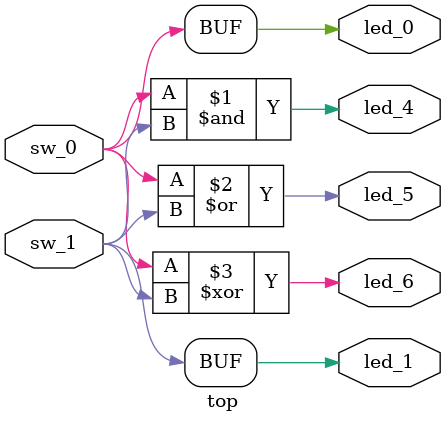
<source format=v>
`timescale 1ns / 1ps

module top(
    input wire sw_0,
    input wire sw_1,
    output wire led_0,
    output wire led_1,
    output wire led_4,
    output wire led_5,
    output wire led_6
);
    assign led_0 = sw_0;
    assign led_1 = sw_1;
    assign led_4 = sw_0 & sw_1;
    assign led_5 = sw_0 | sw_1;
    assign led_6 = sw_0 ^ sw_1;
endmodule
</source>
